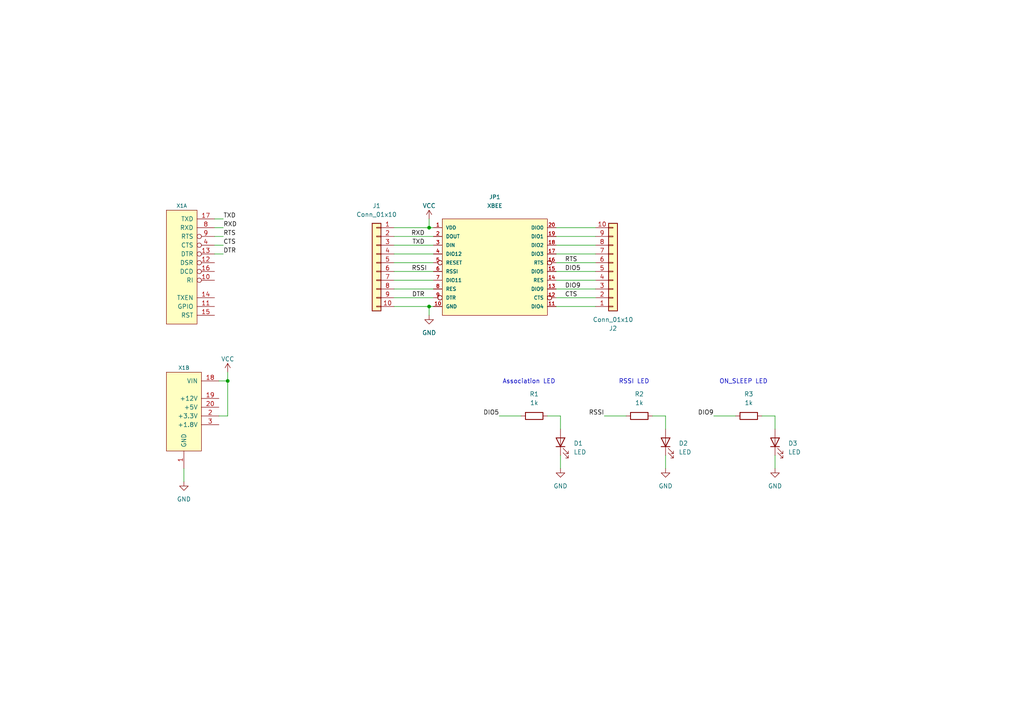
<source format=kicad_sch>
(kicad_sch (version 20231120) (generator "eeschema") (generator_version "8.0")
  (paper "A4")
  (lib_symbols
    (symbol "AllSerial:AllSerial_Slaveboard" (pin_names (offset 1.016))
      (property "Reference" "X" (at -5.08 19.05 0))
      (symbol "AllSerial_Slaveboard_1_0"
        (pin input inverted (at 10.16 -2.54 180) (length 5.08) (name "RI") (number "10"))
        (pin bidirectional line (at 10.16 -10.16 180) (length 5.08) (name "GPIO") (number "11"))
        (pin input inverted (at 10.16 2.54 180) (length 5.08) (name "DSR") (number "12"))
        (pin output inverted (at 10.16 5.08 180) (length 5.08) (name "DTR") (number "13"))
        (pin output line (at 10.16 -7.62 180) (length 5.08) (name "TXEN") (number "14"))
        (pin bidirectional line (at 10.16 -12.7 180) (length 5.08) (name "RST") (number "15"))
        (pin input inverted (at 10.16 0 180) (length 5.08) (name "DCD") (number "16"))
        (pin output line (at 10.16 15.24 180) (length 5.08) (name "TXD") (number "17"))
        (pin input inverted (at 10.16 7.62 180) (length 5.08) (name "CTS") (number "4"))
        (pin input line (at 10.16 12.7 180) (length 5.08) (name "RXD") (number "8"))
        (pin output inverted (at 10.16 10.16 180) (length 5.08) (name "RTS") (number "9"))
      )
      (symbol "AllSerial_Slaveboard_1_1"
        (rectangle (start -3.81 17.78) (end 5.08 -15.24) (fill (type background)))
      )
      (symbol "AllSerial_Slaveboard_2_0"
        (pin bidirectional line (at 0 -10.16 90) (length 5.08) (name "GND") (number "1"))
        (pin bidirectional line (at 10.16 15.24 180) (length 5.08) (name "VIN") (number "18"))
        (pin bidirectional line (at 10.16 10.16 180) (length 5.08) (name "+12V") (number "19"))
        (pin bidirectional line (at 10.16 5.08 180) (length 5.08) (name "+3.3V") (number "2"))
        (pin bidirectional line (at 10.16 7.62 180) (length 5.08) (name "+5V") (number "20"))
        (pin bidirectional line (at 10.16 2.54 180) (length 5.08) (name "+1.8V") (number "3"))
      )
      (symbol "AllSerial_Slaveboard_2_1"
        (rectangle (start -5.08 17.78) (end 5.08 -5.08) (fill (type background)))
      )
      (symbol "AllSerial_Slaveboard_3_0"
        (pin bidirectional line (at 10.16 10.16 180) (length 5.08) (name "D-") (number "5"))
        (pin bidirectional line (at 10.16 12.7 180) (length 5.08) (name "D+") (number "6"))
        (pin bidirectional line (at 10.16 15.24 180) (length 5.08) (name "VUSB") (number "7"))
      )
      (symbol "AllSerial_Slaveboard_3_1"
        (rectangle (start -5.08 17.78) (end 5.08 7.62) (fill (type background)))
      )
    )
    (symbol "AllSerial_Slaveboard_1" (pin_names (offset 1.016))
      (property "Reference" "X" (at -5.08 19.05 0))
      (symbol "AllSerial_Slaveboard_1_1_0"
        (pin input inverted (at 10.16 -2.54 180) (length 5.08) (name "RI") (number "10"))
        (pin bidirectional line (at 10.16 -10.16 180) (length 5.08) (name "GPIO") (number "11"))
        (pin input inverted (at 10.16 2.54 180) (length 5.08) (name "DSR") (number "12"))
        (pin output inverted (at 10.16 5.08 180) (length 5.08) (name "DTR") (number "13"))
        (pin output line (at 10.16 -7.62 180) (length 5.08) (name "TXEN") (number "14"))
        (pin bidirectional line (at 10.16 -12.7 180) (length 5.08) (name "RST") (number "15"))
        (pin input inverted (at 10.16 0 180) (length 5.08) (name "DCD") (number "16"))
        (pin output line (at 10.16 15.24 180) (length 5.08) (name "TXD") (number "17"))
        (pin input inverted (at 10.16 7.62 180) (length 5.08) (name "CTS") (number "4"))
        (pin input line (at 10.16 12.7 180) (length 5.08) (name "RXD") (number "8"))
        (pin output inverted (at 10.16 10.16 180) (length 5.08) (name "RTS") (number "9"))
      )
      (symbol "AllSerial_Slaveboard_1_1_1"
        (rectangle (start -3.81 17.78) (end 5.08 -15.24) (fill (type background)))
      )
      (symbol "AllSerial_Slaveboard_1_2_0"
        (pin bidirectional line (at 0 -10.16 90) (length 5.08) (name "GND") (number "1"))
        (pin bidirectional line (at 10.16 15.24 180) (length 5.08) (name "VIN") (number "18"))
        (pin bidirectional line (at 10.16 10.16 180) (length 5.08) (name "+12V") (number "19"))
        (pin bidirectional line (at 10.16 5.08 180) (length 5.08) (name "+3.3V") (number "2"))
        (pin bidirectional line (at 10.16 7.62 180) (length 5.08) (name "+5V") (number "20"))
        (pin bidirectional line (at 10.16 2.54 180) (length 5.08) (name "+1.8V") (number "3"))
      )
      (symbol "AllSerial_Slaveboard_1_2_1"
        (rectangle (start -5.08 17.78) (end 5.08 -5.08) (fill (type background)))
      )
      (symbol "AllSerial_Slaveboard_1_3_0"
        (pin bidirectional line (at 10.16 10.16 180) (length 5.08) (name "D-") (number "5"))
        (pin bidirectional line (at 10.16 12.7 180) (length 5.08) (name "D+") (number "6"))
        (pin bidirectional line (at 10.16 15.24 180) (length 5.08) (name "VUSB") (number "7"))
      )
      (symbol "AllSerial_Slaveboard_1_3_1"
        (rectangle (start -5.08 17.78) (end 5.08 7.62) (fill (type background)))
      )
    )
    (symbol "Connector_Generic:Conn_01x10" (pin_names (offset 1.016) hide)
      (property "Reference" "J" (at 0 12.7 0))
      (property "Value" "Conn_01x10" (at 0 -15.24 0))
      (symbol "Conn_01x10_1_1"
        (rectangle (start -1.27 -12.573) (end 0 -12.827) (stroke (width 0.1524)))
        (rectangle (start -1.27 -10.033) (end 0 -10.287) (stroke (width 0.1524)))
        (rectangle (start -1.27 -7.493) (end 0 -7.747) (stroke (width 0.1524)))
        (rectangle (start -1.27 -4.953) (end 0 -5.207) (stroke (width 0.1524)))
        (rectangle (start -1.27 -2.413) (end 0 -2.667) (stroke (width 0.1524)))
        (rectangle (start -1.27 0.127) (end 0 -0.127) (stroke (width 0.1524)))
        (rectangle (start -1.27 2.667) (end 0 2.413) (stroke (width 0.1524)))
        (rectangle (start -1.27 5.207) (end 0 4.953) (stroke (width 0.1524)))
        (rectangle (start -1.27 7.747) (end 0 7.493) (stroke (width 0.1524)))
        (rectangle (start -1.27 10.287) (end 0 10.033) (stroke (width 0.1524)))
        (rectangle (start -1.27 11.43) (end 1.27 -13.97) (stroke (width 0.254)) (fill (type background)))
        (pin passive line (at -5.08 10.16 0) (length 3.81) (name "Pin_1") (number "1"))
        (pin passive line (at -5.08 -12.7 0) (length 3.81) (name "Pin_10") (number "10"))
        (pin passive line (at -5.08 7.62 0) (length 3.81) (name "Pin_2") (number "2"))
        (pin passive line (at -5.08 5.08 0) (length 3.81) (name "Pin_3") (number "3"))
        (pin passive line (at -5.08 2.54 0) (length 3.81) (name "Pin_4") (number "4"))
        (pin passive line (at -5.08 0 0) (length 3.81) (name "Pin_5") (number "5"))
        (pin passive line (at -5.08 -2.54 0) (length 3.81) (name "Pin_6") (number "6"))
        (pin passive line (at -5.08 -5.08 0) (length 3.81) (name "Pin_7") (number "7"))
        (pin passive line (at -5.08 -7.62 0) (length 3.81) (name "Pin_8") (number "8"))
        (pin passive line (at -5.08 -10.16 0) (length 3.81) (name "Pin_9") (number "9"))
      )
    )
    (symbol "Device:LED" (pin_numbers hide) (pin_names (offset 1.016) hide)
      (property "Reference" "D" (at 0 2.54 0))
      (property "Value" "LED" (at 0 -2.54 0))
      (symbol "LED_0_1"
        (polyline (pts (xy -1.27 -1.27) (xy -1.27 1.27)) (stroke (width 0.254)))
        (polyline (pts (xy -1.27 0) (xy 1.27 0)))
        (polyline (pts (xy 1.27 -1.27) (xy 1.27 1.27) (xy -1.27 0) (xy 1.27 -1.27)) (stroke (width 0.254)))
        (polyline (pts (xy -3.048 -0.762) (xy -4.572 -2.286) (xy -3.81 -2.286) (xy -4.572 -2.286) (xy -4.572 -1.524)))
        (polyline (pts (xy -1.778 -0.762) (xy -3.302 -2.286) (xy -2.54 -2.286) (xy -3.302 -2.286) (xy -3.302 -1.524)))
      )
      (symbol "LED_1_1"
        (pin passive line (at -3.81 0 0) (length 2.54) (name "K") (number "1"))
        (pin passive line (at 3.81 0 180) (length 2.54) (name "A") (number "2"))
      )
    )
    (symbol "Device:R" (pin_numbers hide) (pin_names (offset 0))
      (property "Reference" "R" (at 2.032 0 90))
      (property "Value" "R" (at 0 0 90))
      (symbol "R_0_1"
        (rectangle (start -1.016 -2.54) (end 1.016 2.54) (stroke (width 0.254)))
      )
      (symbol "R_1_1"
        (pin passive line (at 0 3.81 270) (length 1.27) (name "~") (number "1"))
        (pin passive line (at 0 -3.81 90) (length 1.27) (name "~") (number "2"))
      )
    )
    (symbol "SparkFun-RF:XBEE" (pin_names (offset 1.016))
      (property "Reference" "JP" (at -15.24 13.97 0))
      (property "Value" "XBEE" (at -15.24 -17.78 0))
      (property "Field4" "XXX-00000" (at 0 16.51 0))
      (symbol "XBEE_1_1"
        (polyline (pts (xy -15.24 12.7) (xy 15.24 12.7) (xy 15.24 -15.24) (xy -15.24 -15.24) (xy -15.24 12.7)) (fill (type background)))
        (pin power_in line (at -17.78 10.16 0) (length 2.54) (name "VDD") (number "1"))
        (pin power_in line (at -17.78 -12.7 0) (length 2.54) (name "GND") (number "10"))
        (pin bidirectional line (at 17.78 -12.7 180) (length 2.54) (name "DIO4") (number "11"))
        (pin output inverted (at 17.78 -10.16 180) (length 2.54) (name "CTS") (number "12"))
        (pin bidirectional line (at 17.78 -7.62 180) (length 2.54) (name "DIO9") (number "13"))
        (pin bidirectional line (at 17.78 -5.08 180) (length 2.54) (name "RES") (number "14"))
        (pin bidirectional line (at 17.78 -2.54 180) (length 2.54) (name "DIO5") (number "15"))
        (pin input inverted (at 17.78 0 180) (length 2.54) (name "RTS") (number "16"))
        (pin bidirectional line (at 17.78 2.54 180) (length 2.54) (name "DIO3") (number "17"))
        (pin bidirectional line (at 17.78 5.08 180) (length 2.54) (name "DIO2") (number "18"))
        (pin bidirectional line (at 17.78 7.62 180) (length 2.54) (name "DIO1") (number "19"))
        (pin output line (at -17.78 7.62 0) (length 2.54) (name "DOUT") (number "2"))
        (pin bidirectional line (at 17.78 10.16 180) (length 2.54) (name "DIO0") (number "20"))
        (pin input line (at -17.78 5.08 0) (length 2.54) (name "DIN") (number "3"))
        (pin bidirectional line (at -17.78 2.54 0) (length 2.54) (name "DIO12") (number "4"))
        (pin input inverted (at -17.78 0 0) (length 2.54) (name "RESET") (number "5"))
        (pin bidirectional line (at -17.78 -2.54 0) (length 2.54) (name "RSSI") (number "6"))
        (pin bidirectional line (at -17.78 -5.08 0) (length 2.54) (name "DIO11") (number "7"))
        (pin bidirectional line (at -17.78 -7.62 0) (length 2.54) (name "RES") (number "8"))
        (pin bidirectional inverted (at -17.78 -10.16 0) (length 2.54) (name "DTR") (number "9"))
      )
    )
    (symbol "power:GND" (power) (pin_names (offset 0))
      (property "Value" "GND" (at 0 -3.81 0))
      (symbol "GND_0_1"
        (polyline (pts (xy 0 0) (xy 0 -1.27) (xy 1.27 -1.27) (xy 0 -2.54) (xy -1.27 -1.27) (xy 0 -1.27)))
      )
      (symbol "GND_1_1"
        (pin power_in line (at 0 0 270) (length 0) hide (name "GND") (number "1"))
      )
    )
    (symbol "power:VCC" (power) (pin_names (offset 0))
      (property "Value" "VCC" (at 0 3.81 0))
      (symbol "VCC_0_1"
        (polyline (pts (xy -0.762 1.27) (xy 0 2.54)))
        (polyline (pts (xy 0 0) (xy 0 2.54)))
        (polyline (pts (xy 0 2.54) (xy 0.762 1.27)))
      )
      (symbol "VCC_1_1"
        (pin power_in line (at 0 0 90) (length 0) hide (name "VCC") (number "1"))
      )
    )
  )
  (junction (at 124.46 88.9))
  (junction (at 124.46 66.04))
  (junction (at 66.04 110.49))
  (wire (pts (xy 62.23 73.66) (xy 64.77 73.66)))
  (wire (pts (xy 189.23 120.65) (xy 193.04 120.65)))
  (wire (pts (xy 193.04 132.08) (xy 193.04 135.89)))
  (wire (pts (xy 62.23 71.12) (xy 64.77 71.12)))
  (wire (pts (xy 114.3 78.74) (xy 125.73 78.74)))
  (wire (pts (xy 53.34 135.89) (xy 53.34 139.7)))
  (wire (pts (xy 114.3 66.04) (xy 124.46 66.04)))
  (wire (pts (xy 66.04 120.65) (xy 66.04 110.49)))
  (wire (pts (xy 114.3 68.58) (xy 125.73 68.58)))
  (wire (pts (xy 224.79 120.65) (xy 224.79 124.46)))
  (wire (pts (xy 62.23 66.04) (xy 64.77 66.04)))
  (wire (pts (xy 124.46 66.04) (xy 124.46 63.5)))
  (wire (pts (xy 193.04 120.65) (xy 193.04 124.46)))
  (wire (pts (xy 125.73 88.9) (xy 124.46 88.9)))
  (wire (pts (xy 66.04 110.49) (xy 66.04 107.95)))
  (wire (pts (xy 207.01 120.65) (xy 213.36 120.65)))
  (wire (pts (xy 161.29 71.12) (xy 172.72 71.12)))
  (wire (pts (xy 161.29 66.04) (xy 172.72 66.04)))
  (wire (pts (xy 220.98 120.65) (xy 224.79 120.65)))
  (wire (pts (xy 161.29 73.66) (xy 172.72 73.66)))
  (wire (pts (xy 114.3 88.9) (xy 124.46 88.9)))
  (wire (pts (xy 161.29 78.74) (xy 172.72 78.74)))
  (wire (pts (xy 124.46 88.9) (xy 124.46 91.44)))
  (wire (pts (xy 161.29 83.82) (xy 172.72 83.82)))
  (wire (pts (xy 162.56 132.08) (xy 162.56 135.89)))
  (wire (pts (xy 224.79 132.08) (xy 224.79 135.89)))
  (wire (pts (xy 161.29 86.36) (xy 172.72 86.36)))
  (wire (pts (xy 114.3 86.36) (xy 125.73 86.36)))
  (wire (pts (xy 161.29 76.2) (xy 172.72 76.2)))
  (wire (pts (xy 161.29 88.9) (xy 172.72 88.9)))
  (wire (pts (xy 63.5 110.49) (xy 66.04 110.49)))
  (wire (pts (xy 161.29 81.28) (xy 172.72 81.28)))
  (wire (pts (xy 62.23 68.58) (xy 64.77 68.58)))
  (wire (pts (xy 158.75 120.65) (xy 162.56 120.65)))
  (wire (pts (xy 114.3 81.28) (xy 125.73 81.28)))
  (wire (pts (xy 125.73 66.04) (xy 124.46 66.04)))
  (wire (pts (xy 114.3 73.66) (xy 125.73 73.66)))
  (wire (pts (xy 162.56 120.65) (xy 162.56 124.46)))
  (wire (pts (xy 144.78 120.65) (xy 151.13 120.65)))
  (wire (pts (xy 161.29 68.58) (xy 172.72 68.58)))
  (wire (pts (xy 63.5 120.65) (xy 66.04 120.65)))
  (wire (pts (xy 114.3 71.12) (xy 125.73 71.12)))
  (wire (pts (xy 114.3 76.2) (xy 125.73 76.2)))
  (wire (pts (xy 175.26 120.65) (xy 181.61 120.65)))
  (wire (pts (xy 114.3 83.82) (xy 125.73 83.82)))
  (wire (pts (xy 62.23 63.5) (xy 64.77 63.5)))
  (text "RSSI LED" (at 183.896 110.744 0) (effects (font (size 1.27 1.27))))
  (text "ON_SLEEP LED" (at 215.646 110.744 0) (effects (font (size 1.27 1.27))))
  (text "Association LED" (at 153.416 110.744 0) (effects (font (size 1.27 1.27))))
  (label "CTS" (at 64.77 71.12 0))
  (label "DTR" (at 64.77 73.66 0))
  (label "CTS" (at 163.83 86.36 0))
  (label "RSSI" (at 175.26 120.65 180))
  (label "DIO9" (at 163.83 83.82 0))
  (label "RXD" (at 123.19 68.58 180))
  (label "RSSI" (at 119.38 78.74 0))
  (label "TXD" (at 123.19 71.12 180))
  (label "DIO5" (at 163.83 78.74 0))
  (label "TXD" (at 64.77 63.5 0))
  (label "DTR" (at 123.19 86.36 180))
  (label "RTS" (at 163.83 76.2 0))
  (label "DIO5" (at 144.78 120.65 180))
  (label "RXD" (at 64.77 66.04 0))
  (label "DIO9" (at 207.01 120.65 180))
  (label "RTS" (at 64.77 68.58 0))
  (symbol (lib_id "power:VCC") (at 124.46 63.5 0) (unit 1)
    (property "Reference" "#PWR04" (effects (hide yes)))
    (property "Value" "VCC" (at 124.46 59.69 0))
  )
  (symbol (lib_id "Device:LED") (at 224.79 128.27 90) (unit 1)
    (property "Reference" "D3" (at 228.6 128.5874 90) (effects (justify right)))
    (property "Value" "LED" (at 228.6 131.1274 90) (effects (justify right)))
    (property "Footprint" "LED_SMD:LED_0805_2012Metric" (effects (hide yes)))
    (property "Description" "Light emitting diode" (effects (hide yes)))
  )
  (symbol (lib_id "AllSerial:AllSerial_Slaveboard") (at 53.34 125.73 0) (unit 2)
    (property "Reference" "X1" (at 53.34 106.68 0) (effects (font (size 1.0668 1.0668))))
    (property "Value" "AllSerial Slaveboard" (effects (hide yes)))
    (property "Footprint" "AllSerial:SlaveBoard" (effects (hide yes)))
  )
  (symbol (lib_id "power:GND") (at 162.56 135.89 0) (unit 1)
    (property "Reference" "#PWR05" (effects (hide yes)))
    (property "Value" "GND" (at 162.56 140.97 0))
  )
  (symbol (lib_id "power:VCC") (at 66.04 107.95 0) (unit 1)
    (property "Reference" "#PWR03" (effects (hide yes)))
    (property "Value" "VCC" (at 66.04 104.14 0))
  )
  (symbol (lib_id "Device:R") (at 154.94 120.65 90) (unit 1)
    (property "Reference" "R1" (at 154.94 114.3 90))
    (property "Value" "1k" (at 154.94 116.84 90))
    (property "Footprint" "Resistor_SMD:R_0805_2012Metric" (effects (hide yes)))
    (property "Description" "Resistor" (effects (hide yes)))
  )
  (symbol (lib_id "Device:LED") (at 162.56 128.27 90) (unit 1)
    (property "Reference" "D1" (at 166.37 128.5874 90) (effects (justify right)))
    (property "Value" "LED" (at 166.37 131.1274 90) (effects (justify right)))
    (property "Footprint" "LED_SMD:LED_0805_2012Metric" (effects (hide yes)))
    (property "Description" "Light emitting diode" (effects (hide yes)))
  )
  (symbol (lib_id "Device:R") (at 217.17 120.65 90) (unit 1)
    (property "Reference" "R3" (at 217.17 114.3 90))
    (property "Value" "1k" (at 217.17 116.84 90))
    (property "Footprint" "Resistor_SMD:R_0805_2012Metric" (effects (hide yes)))
    (property "Description" "Resistor" (effects (hide yes)))
  )
  (symbol (lib_id "power:GND") (at 224.79 135.89 0) (unit 1)
    (property "Reference" "#PWR07" (effects (hide yes)))
    (property "Value" "GND" (at 224.79 140.97 0))
  )
  (symbol (lib_id "Device:LED") (at 193.04 128.27 90) (unit 1)
    (property "Reference" "D2" (at 196.85 128.5874 90) (effects (justify right)))
    (property "Value" "LED" (at 196.85 131.1274 90) (effects (justify right)))
    (property "Footprint" "LED_SMD:LED_0805_2012Metric" (effects (hide yes)))
    (property "Description" "Light emitting diode" (effects (hide yes)))
  )
  (symbol (lib_name "AllSerial_Slaveboard_1") (lib_id "AllSerial:AllSerial_Slaveboard") (at 52.07 78.74 0) (unit 1)
    (property "Reference" "X1" (at 52.705 59.69 0) (effects (font (size 1.0668 1.0668))))
    (property "Value" "AllSerial Slaveboard" (effects (hide yes)))
    (property "Footprint" "AllSerial:SlaveBoard" (effects (hide yes)))
  )
  (symbol (lib_id "Device:R") (at 185.42 120.65 90) (unit 1)
    (property "Reference" "R2" (at 185.42 114.3 90))
    (property "Value" "1k" (at 185.42 116.84 90))
    (property "Footprint" "Resistor_SMD:R_0805_2012Metric" (effects (hide yes)))
    (property "Description" "Resistor" (effects (hide yes)))
  )
  (symbol (lib_id "power:GND") (at 193.04 135.89 0) (unit 1)
    (property "Reference" "#PWR06" (effects (hide yes)))
    (property "Value" "GND" (at 193.04 140.97 0))
  )
  (symbol (lib_id "power:GND") (at 53.34 139.7 0) (unit 1)
    (property "Reference" "#PWR01" (effects (hide yes)))
    (property "Value" "GND" (at 53.34 144.78 0))
  )
  (symbol (lib_id "power:GND") (at 124.46 91.44 0) (unit 1)
    (property "Reference" "#PWR02" (effects (hide yes)))
    (property "Value" "GND" (at 124.46 96.52 0))
  )
  (symbol (lib_id "SparkFun-RF:XBEE") (at 143.51 76.2 0) (unit 1)
    (property "Reference" "JP1" (at 143.51 57.15 0) (effects (font (size 1.143 1.143))))
    (property "Value" "XBEE" (at 143.51 59.69 0) (effects (font (size 1.143 1.143))))
    (property "Footprint" "XBee:XBEE" (effects (hide yes)))
  )
  (symbol (lib_id "Connector_Generic:Conn_01x10") (at 109.22 76.2 0) (mirror y) (unit 1)
    (property "Reference" "J1" (at 109.22 59.69 0))
    (property "Value" "Conn_01x10" (at 109.22 62.23 0))
    (property "Footprint" "Connector_PinHeader_2.54mm:PinHeader_1x10_P2.54mm_Vertical" (effects (hide yes)))
    (property "Description" "Generic connector, single row, 01x10, script generated (kicad-library-utils/schlib/autogen/connector/)" (effects (hide yes)))
  )
  (symbol (lib_id "Connector_Generic:Conn_01x10") (at 177.8 78.74 0) (mirror x) (unit 1)
    (property "Reference" "J2" (at 177.8 95.25 0))
    (property "Value" "Conn_01x10" (at 177.8 92.71 0))
    (property "Footprint" "Connector_PinHeader_2.54mm:PinHeader_1x10_P2.54mm_Vertical" (effects (hide yes)))
    (property "Description" "Generic connector, single row, 01x10, script generated (kicad-library-utils/schlib/autogen/connector/)" (effects (hide yes)))
  )
)
</source>
